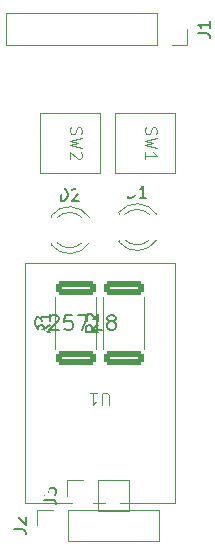
<source format=gbr>
%TF.GenerationSoftware,KiCad,Pcbnew,8.0.5*%
%TF.CreationDate,2024-10-10T01:08:20+09:00*%
%TF.ProjectId,BD,42442e6b-6963-4616-945f-706362585858,rev?*%
%TF.SameCoordinates,Original*%
%TF.FileFunction,Legend,Top*%
%TF.FilePolarity,Positive*%
%FSLAX46Y46*%
G04 Gerber Fmt 4.6, Leading zero omitted, Abs format (unit mm)*
G04 Created by KiCad (PCBNEW 8.0.5) date 2024-10-10 01:08:20*
%MOMM*%
%LPD*%
G01*
G04 APERTURE LIST*
G04 Aperture macros list*
%AMRoundRect*
0 Rectangle with rounded corners*
0 $1 Rounding radius*
0 $2 $3 $4 $5 $6 $7 $8 $9 X,Y pos of 4 corners*
0 Add a 4 corners polygon primitive as box body*
4,1,4,$2,$3,$4,$5,$6,$7,$8,$9,$2,$3,0*
0 Add four circle primitives for the rounded corners*
1,1,$1+$1,$2,$3*
1,1,$1+$1,$4,$5*
1,1,$1+$1,$6,$7*
1,1,$1+$1,$8,$9*
0 Add four rect primitives between the rounded corners*
20,1,$1+$1,$2,$3,$4,$5,0*
20,1,$1+$1,$4,$5,$6,$7,0*
20,1,$1+$1,$6,$7,$8,$9,0*
20,1,$1+$1,$8,$9,$2,$3,0*%
G04 Aperture macros list end*
%ADD10C,0.150000*%
%ADD11C,0.100000*%
%ADD12C,0.120000*%
%ADD13R,1.700000X1.700000*%
%ADD14O,1.700000X1.700000*%
%ADD15C,1.524000*%
%ADD16RoundRect,0.250000X1.425000X-0.362500X1.425000X0.362500X-1.425000X0.362500X-1.425000X-0.362500X0*%
%ADD17R,1.800000X1.800000*%
%ADD18C,1.800000*%
%ADD19O,1.600000X1.600000*%
%ADD20R,1.600000X1.600000*%
G04 APERTURE END LIST*
D10*
X15109819Y-59998333D02*
X15824104Y-59998333D01*
X15824104Y-59998333D02*
X15966961Y-60045952D01*
X15966961Y-60045952D02*
X16062200Y-60141190D01*
X16062200Y-60141190D02*
X16109819Y-60284047D01*
X16109819Y-60284047D02*
X16109819Y-60379285D01*
X15205057Y-59569761D02*
X15157438Y-59522142D01*
X15157438Y-59522142D02*
X15109819Y-59426904D01*
X15109819Y-59426904D02*
X15109819Y-59188809D01*
X15109819Y-59188809D02*
X15157438Y-59093571D01*
X15157438Y-59093571D02*
X15205057Y-59045952D01*
X15205057Y-59045952D02*
X15300295Y-58998333D01*
X15300295Y-58998333D02*
X15395533Y-58998333D01*
X15395533Y-58998333D02*
X15538390Y-59045952D01*
X15538390Y-59045952D02*
X16109819Y-59617380D01*
X16109819Y-59617380D02*
X16109819Y-58998333D01*
D11*
X26252200Y-25971667D02*
X26204580Y-26114524D01*
X26204580Y-26114524D02*
X26204580Y-26352619D01*
X26204580Y-26352619D02*
X26252200Y-26447857D01*
X26252200Y-26447857D02*
X26299819Y-26495476D01*
X26299819Y-26495476D02*
X26395057Y-26543095D01*
X26395057Y-26543095D02*
X26490295Y-26543095D01*
X26490295Y-26543095D02*
X26585533Y-26495476D01*
X26585533Y-26495476D02*
X26633152Y-26447857D01*
X26633152Y-26447857D02*
X26680771Y-26352619D01*
X26680771Y-26352619D02*
X26728390Y-26162143D01*
X26728390Y-26162143D02*
X26776009Y-26066905D01*
X26776009Y-26066905D02*
X26823628Y-26019286D01*
X26823628Y-26019286D02*
X26918866Y-25971667D01*
X26918866Y-25971667D02*
X27014104Y-25971667D01*
X27014104Y-25971667D02*
X27109342Y-26019286D01*
X27109342Y-26019286D02*
X27156961Y-26066905D01*
X27156961Y-26066905D02*
X27204580Y-26162143D01*
X27204580Y-26162143D02*
X27204580Y-26400238D01*
X27204580Y-26400238D02*
X27156961Y-26543095D01*
X27204580Y-26876429D02*
X26204580Y-27114524D01*
X26204580Y-27114524D02*
X26918866Y-27305000D01*
X26918866Y-27305000D02*
X26204580Y-27495476D01*
X26204580Y-27495476D02*
X27204580Y-27733572D01*
X26204580Y-28638333D02*
X26204580Y-28066905D01*
X26204580Y-28352619D02*
X27204580Y-28352619D01*
X27204580Y-28352619D02*
X27061723Y-28257381D01*
X27061723Y-28257381D02*
X26966485Y-28162143D01*
X26966485Y-28162143D02*
X26918866Y-28066905D01*
D10*
X22218819Y-42711666D02*
X21742628Y-43044999D01*
X22218819Y-43283094D02*
X21218819Y-43283094D01*
X21218819Y-43283094D02*
X21218819Y-42902142D01*
X21218819Y-42902142D02*
X21266438Y-42806904D01*
X21266438Y-42806904D02*
X21314057Y-42759285D01*
X21314057Y-42759285D02*
X21409295Y-42711666D01*
X21409295Y-42711666D02*
X21552152Y-42711666D01*
X21552152Y-42711666D02*
X21647390Y-42759285D01*
X21647390Y-42759285D02*
X21695009Y-42806904D01*
X21695009Y-42806904D02*
X21742628Y-42902142D01*
X21742628Y-42902142D02*
X21742628Y-43283094D01*
X21314057Y-42330713D02*
X21266438Y-42283094D01*
X21266438Y-42283094D02*
X21218819Y-42187856D01*
X21218819Y-42187856D02*
X21218819Y-41949761D01*
X21218819Y-41949761D02*
X21266438Y-41854523D01*
X21266438Y-41854523D02*
X21314057Y-41806904D01*
X21314057Y-41806904D02*
X21409295Y-41759285D01*
X21409295Y-41759285D02*
X21504533Y-41759285D01*
X21504533Y-41759285D02*
X21647390Y-41806904D01*
X21647390Y-41806904D02*
X22218819Y-42378332D01*
X22218819Y-42378332D02*
X22218819Y-41759285D01*
D11*
X23113904Y-49437580D02*
X23113904Y-48628057D01*
X23113904Y-48628057D02*
X23066285Y-48532819D01*
X23066285Y-48532819D02*
X23018666Y-48485200D01*
X23018666Y-48485200D02*
X22923428Y-48437580D01*
X22923428Y-48437580D02*
X22732952Y-48437580D01*
X22732952Y-48437580D02*
X22637714Y-48485200D01*
X22637714Y-48485200D02*
X22590095Y-48532819D01*
X22590095Y-48532819D02*
X22542476Y-48628057D01*
X22542476Y-48628057D02*
X22542476Y-49437580D01*
X21542476Y-48437580D02*
X22113904Y-48437580D01*
X21828190Y-48437580D02*
X21828190Y-49437580D01*
X21828190Y-49437580D02*
X21923428Y-49294723D01*
X21923428Y-49294723D02*
X22018666Y-49199485D01*
X22018666Y-49199485D02*
X22113904Y-49151866D01*
D10*
X19073905Y-32165819D02*
X19073905Y-31165819D01*
X19073905Y-31165819D02*
X19312000Y-31165819D01*
X19312000Y-31165819D02*
X19454857Y-31213438D01*
X19454857Y-31213438D02*
X19550095Y-31308676D01*
X19550095Y-31308676D02*
X19597714Y-31403914D01*
X19597714Y-31403914D02*
X19645333Y-31594390D01*
X19645333Y-31594390D02*
X19645333Y-31737247D01*
X19645333Y-31737247D02*
X19597714Y-31927723D01*
X19597714Y-31927723D02*
X19550095Y-32022961D01*
X19550095Y-32022961D02*
X19454857Y-32118200D01*
X19454857Y-32118200D02*
X19312000Y-32165819D01*
X19312000Y-32165819D02*
X19073905Y-32165819D01*
X20026286Y-31261057D02*
X20073905Y-31213438D01*
X20073905Y-31213438D02*
X20169143Y-31165819D01*
X20169143Y-31165819D02*
X20407238Y-31165819D01*
X20407238Y-31165819D02*
X20502476Y-31213438D01*
X20502476Y-31213438D02*
X20550095Y-31261057D01*
X20550095Y-31261057D02*
X20597714Y-31356295D01*
X20597714Y-31356295D02*
X20597714Y-31451533D01*
X20597714Y-31451533D02*
X20550095Y-31594390D01*
X20550095Y-31594390D02*
X19978667Y-32165819D01*
X19978667Y-32165819D02*
X20597714Y-32165819D01*
D11*
X19902200Y-25971667D02*
X19854580Y-26114524D01*
X19854580Y-26114524D02*
X19854580Y-26352619D01*
X19854580Y-26352619D02*
X19902200Y-26447857D01*
X19902200Y-26447857D02*
X19949819Y-26495476D01*
X19949819Y-26495476D02*
X20045057Y-26543095D01*
X20045057Y-26543095D02*
X20140295Y-26543095D01*
X20140295Y-26543095D02*
X20235533Y-26495476D01*
X20235533Y-26495476D02*
X20283152Y-26447857D01*
X20283152Y-26447857D02*
X20330771Y-26352619D01*
X20330771Y-26352619D02*
X20378390Y-26162143D01*
X20378390Y-26162143D02*
X20426009Y-26066905D01*
X20426009Y-26066905D02*
X20473628Y-26019286D01*
X20473628Y-26019286D02*
X20568866Y-25971667D01*
X20568866Y-25971667D02*
X20664104Y-25971667D01*
X20664104Y-25971667D02*
X20759342Y-26019286D01*
X20759342Y-26019286D02*
X20806961Y-26066905D01*
X20806961Y-26066905D02*
X20854580Y-26162143D01*
X20854580Y-26162143D02*
X20854580Y-26400238D01*
X20854580Y-26400238D02*
X20806961Y-26543095D01*
X20854580Y-26876429D02*
X19854580Y-27114524D01*
X19854580Y-27114524D02*
X20568866Y-27305000D01*
X20568866Y-27305000D02*
X19854580Y-27495476D01*
X19854580Y-27495476D02*
X20854580Y-27733572D01*
X20759342Y-28066905D02*
X20806961Y-28114524D01*
X20806961Y-28114524D02*
X20854580Y-28209762D01*
X20854580Y-28209762D02*
X20854580Y-28447857D01*
X20854580Y-28447857D02*
X20806961Y-28543095D01*
X20806961Y-28543095D02*
X20759342Y-28590714D01*
X20759342Y-28590714D02*
X20664104Y-28638333D01*
X20664104Y-28638333D02*
X20568866Y-28638333D01*
X20568866Y-28638333D02*
X20426009Y-28590714D01*
X20426009Y-28590714D02*
X19854580Y-28019286D01*
X19854580Y-28019286D02*
X19854580Y-28638333D01*
D10*
X17639819Y-57483333D02*
X18354104Y-57483333D01*
X18354104Y-57483333D02*
X18496961Y-57530952D01*
X18496961Y-57530952D02*
X18592200Y-57626190D01*
X18592200Y-57626190D02*
X18639819Y-57769047D01*
X18639819Y-57769047D02*
X18639819Y-57864285D01*
X17639819Y-57102380D02*
X17639819Y-56483333D01*
X17639819Y-56483333D02*
X18020771Y-56816666D01*
X18020771Y-56816666D02*
X18020771Y-56673809D01*
X18020771Y-56673809D02*
X18068390Y-56578571D01*
X18068390Y-56578571D02*
X18116009Y-56530952D01*
X18116009Y-56530952D02*
X18211247Y-56483333D01*
X18211247Y-56483333D02*
X18449342Y-56483333D01*
X18449342Y-56483333D02*
X18544580Y-56530952D01*
X18544580Y-56530952D02*
X18592200Y-56578571D01*
X18592200Y-56578571D02*
X18639819Y-56673809D01*
X18639819Y-56673809D02*
X18639819Y-56959523D01*
X18639819Y-56959523D02*
X18592200Y-57054761D01*
X18592200Y-57054761D02*
X18544580Y-57102380D01*
X18154819Y-42711666D02*
X17678628Y-43044999D01*
X18154819Y-43283094D02*
X17154819Y-43283094D01*
X17154819Y-43283094D02*
X17154819Y-42902142D01*
X17154819Y-42902142D02*
X17202438Y-42806904D01*
X17202438Y-42806904D02*
X17250057Y-42759285D01*
X17250057Y-42759285D02*
X17345295Y-42711666D01*
X17345295Y-42711666D02*
X17488152Y-42711666D01*
X17488152Y-42711666D02*
X17583390Y-42759285D01*
X17583390Y-42759285D02*
X17631009Y-42806904D01*
X17631009Y-42806904D02*
X17678628Y-42902142D01*
X17678628Y-42902142D02*
X17678628Y-43283094D01*
X18154819Y-41759285D02*
X18154819Y-42330713D01*
X18154819Y-42044999D02*
X17154819Y-42044999D01*
X17154819Y-42044999D02*
X17297676Y-42140237D01*
X17297676Y-42140237D02*
X17392914Y-42235475D01*
X17392914Y-42235475D02*
X17440533Y-42330713D01*
X17689285Y-43003773D02*
X17628809Y-43064250D01*
X17628809Y-43064250D02*
X17447380Y-43124726D01*
X17447380Y-43124726D02*
X17326428Y-43124726D01*
X17326428Y-43124726D02*
X17144999Y-43064250D01*
X17144999Y-43064250D02*
X17024047Y-42943297D01*
X17024047Y-42943297D02*
X16963570Y-42822345D01*
X16963570Y-42822345D02*
X16903094Y-42580440D01*
X16903094Y-42580440D02*
X16903094Y-42399011D01*
X16903094Y-42399011D02*
X16963570Y-42157107D01*
X16963570Y-42157107D02*
X17024047Y-42036154D01*
X17024047Y-42036154D02*
X17144999Y-41915202D01*
X17144999Y-41915202D02*
X17326428Y-41854726D01*
X17326428Y-41854726D02*
X17447380Y-41854726D01*
X17447380Y-41854726D02*
X17628809Y-41915202D01*
X17628809Y-41915202D02*
X17689285Y-41975678D01*
X18173094Y-41975678D02*
X18233570Y-41915202D01*
X18233570Y-41915202D02*
X18354523Y-41854726D01*
X18354523Y-41854726D02*
X18656904Y-41854726D01*
X18656904Y-41854726D02*
X18777856Y-41915202D01*
X18777856Y-41915202D02*
X18838332Y-41975678D01*
X18838332Y-41975678D02*
X18898809Y-42096630D01*
X18898809Y-42096630D02*
X18898809Y-42217583D01*
X18898809Y-42217583D02*
X18838332Y-42399011D01*
X18838332Y-42399011D02*
X18112618Y-43124726D01*
X18112618Y-43124726D02*
X18898809Y-43124726D01*
X20047856Y-41854726D02*
X19443094Y-41854726D01*
X19443094Y-41854726D02*
X19382618Y-42459488D01*
X19382618Y-42459488D02*
X19443094Y-42399011D01*
X19443094Y-42399011D02*
X19564047Y-42338535D01*
X19564047Y-42338535D02*
X19866428Y-42338535D01*
X19866428Y-42338535D02*
X19987380Y-42399011D01*
X19987380Y-42399011D02*
X20047856Y-42459488D01*
X20047856Y-42459488D02*
X20108333Y-42580440D01*
X20108333Y-42580440D02*
X20108333Y-42882821D01*
X20108333Y-42882821D02*
X20047856Y-43003773D01*
X20047856Y-43003773D02*
X19987380Y-43064250D01*
X19987380Y-43064250D02*
X19866428Y-43124726D01*
X19866428Y-43124726D02*
X19564047Y-43124726D01*
X19564047Y-43124726D02*
X19443094Y-43064250D01*
X19443094Y-43064250D02*
X19382618Y-43003773D01*
X20531666Y-41854726D02*
X21378333Y-41854726D01*
X21378333Y-41854726D02*
X20834047Y-43124726D01*
X22527381Y-43124726D02*
X21801666Y-43124726D01*
X22164523Y-43124726D02*
X22164523Y-41854726D01*
X22164523Y-41854726D02*
X22043571Y-42036154D01*
X22043571Y-42036154D02*
X21922619Y-42157107D01*
X21922619Y-42157107D02*
X21801666Y-42217583D01*
X23253095Y-42399011D02*
X23132143Y-42338535D01*
X23132143Y-42338535D02*
X23071666Y-42278059D01*
X23071666Y-42278059D02*
X23011190Y-42157107D01*
X23011190Y-42157107D02*
X23011190Y-42096630D01*
X23011190Y-42096630D02*
X23071666Y-41975678D01*
X23071666Y-41975678D02*
X23132143Y-41915202D01*
X23132143Y-41915202D02*
X23253095Y-41854726D01*
X23253095Y-41854726D02*
X23495000Y-41854726D01*
X23495000Y-41854726D02*
X23615952Y-41915202D01*
X23615952Y-41915202D02*
X23676428Y-41975678D01*
X23676428Y-41975678D02*
X23736905Y-42096630D01*
X23736905Y-42096630D02*
X23736905Y-42157107D01*
X23736905Y-42157107D02*
X23676428Y-42278059D01*
X23676428Y-42278059D02*
X23615952Y-42338535D01*
X23615952Y-42338535D02*
X23495000Y-42399011D01*
X23495000Y-42399011D02*
X23253095Y-42399011D01*
X23253095Y-42399011D02*
X23132143Y-42459488D01*
X23132143Y-42459488D02*
X23071666Y-42519964D01*
X23071666Y-42519964D02*
X23011190Y-42640916D01*
X23011190Y-42640916D02*
X23011190Y-42882821D01*
X23011190Y-42882821D02*
X23071666Y-43003773D01*
X23071666Y-43003773D02*
X23132143Y-43064250D01*
X23132143Y-43064250D02*
X23253095Y-43124726D01*
X23253095Y-43124726D02*
X23495000Y-43124726D01*
X23495000Y-43124726D02*
X23615952Y-43064250D01*
X23615952Y-43064250D02*
X23676428Y-43003773D01*
X23676428Y-43003773D02*
X23736905Y-42882821D01*
X23736905Y-42882821D02*
X23736905Y-42640916D01*
X23736905Y-42640916D02*
X23676428Y-42519964D01*
X23676428Y-42519964D02*
X23615952Y-42459488D01*
X23615952Y-42459488D02*
X23495000Y-42399011D01*
X24788905Y-31911819D02*
X24788905Y-30911819D01*
X24788905Y-30911819D02*
X25027000Y-30911819D01*
X25027000Y-30911819D02*
X25169857Y-30959438D01*
X25169857Y-30959438D02*
X25265095Y-31054676D01*
X25265095Y-31054676D02*
X25312714Y-31149914D01*
X25312714Y-31149914D02*
X25360333Y-31340390D01*
X25360333Y-31340390D02*
X25360333Y-31483247D01*
X25360333Y-31483247D02*
X25312714Y-31673723D01*
X25312714Y-31673723D02*
X25265095Y-31768961D01*
X25265095Y-31768961D02*
X25169857Y-31864200D01*
X25169857Y-31864200D02*
X25027000Y-31911819D01*
X25027000Y-31911819D02*
X24788905Y-31911819D01*
X26312714Y-31911819D02*
X25741286Y-31911819D01*
X26027000Y-31911819D02*
X26027000Y-30911819D01*
X26027000Y-30911819D02*
X25931762Y-31054676D01*
X25931762Y-31054676D02*
X25836524Y-31149914D01*
X25836524Y-31149914D02*
X25741286Y-31197533D01*
X30672819Y-17986333D02*
X31387104Y-17986333D01*
X31387104Y-17986333D02*
X31529961Y-18033952D01*
X31529961Y-18033952D02*
X31625200Y-18129190D01*
X31625200Y-18129190D02*
X31672819Y-18272047D01*
X31672819Y-18272047D02*
X31672819Y-18367285D01*
X31672819Y-16986333D02*
X31672819Y-17557761D01*
X31672819Y-17272047D02*
X30672819Y-17272047D01*
X30672819Y-17272047D02*
X30815676Y-17367285D01*
X30815676Y-17367285D02*
X30910914Y-17462523D01*
X30910914Y-17462523D02*
X30958533Y-17557761D01*
D12*
%TO.C,J2*%
X19695000Y-60995000D02*
X27375000Y-60995000D01*
X19695000Y-60995000D02*
X19695000Y-58335000D01*
X27375000Y-60995000D02*
X27375000Y-58335000D01*
X17095000Y-59665000D02*
X17095000Y-58335000D01*
X17095000Y-58335000D02*
X18425000Y-58335000D01*
X19695000Y-58335000D02*
X27375000Y-58335000D01*
%TO.C,SW1*%
D11*
X28702000Y-24765000D02*
X23622000Y-24765000D01*
X23622000Y-29845000D01*
X28702000Y-29845000D01*
X28702000Y-24765000D01*
D12*
%TO.C,R2*%
X26094000Y-44722064D02*
X26094000Y-40367936D01*
X22674000Y-44722064D02*
X22674000Y-40367936D01*
%TO.C,U1*%
D11*
X28702000Y-57785000D02*
X16002000Y-57785000D01*
X16002000Y-37465000D01*
X28702000Y-37465000D01*
X28702000Y-57785000D01*
D12*
%TO.C,D2*%
X18252000Y-33435000D02*
X18252000Y-33591000D01*
X18252000Y-35751000D02*
X18252000Y-35907000D01*
X18252000Y-33435484D02*
G75*
G02*
X21484335Y-33592392I1560000J-1235516D01*
G01*
X18771039Y-33591000D02*
G75*
G02*
X20853130Y-33591163I1040961J-1080000D01*
G01*
X20853130Y-35750837D02*
G75*
G02*
X18771039Y-35751000I-1041130J1079837D01*
G01*
X21484335Y-35749608D02*
G75*
G02*
X18252000Y-35906516I-1672335J1078608D01*
G01*
%TO.C,SW2*%
D11*
X22352000Y-24765000D02*
X17272000Y-24765000D01*
X17272000Y-29845000D01*
X22352000Y-29845000D01*
X22352000Y-24765000D01*
D12*
%TO.C,J3*%
X19625000Y-55820000D02*
X20955000Y-55820000D01*
X19625000Y-57150000D02*
X19625000Y-55820000D01*
X22225000Y-55820000D02*
X24825000Y-55820000D01*
X22225000Y-58480000D02*
X22225000Y-55820000D01*
X22225000Y-58480000D02*
X24825000Y-58480000D01*
X24825000Y-58480000D02*
X24825000Y-55820000D01*
%TO.C,R1*%
X22030000Y-44722064D02*
X22030000Y-40367936D01*
X18610000Y-44722064D02*
X18610000Y-40367936D01*
%TO.C,D1*%
X23967000Y-33181000D02*
X23967000Y-33337000D01*
X23967000Y-35497000D02*
X23967000Y-35653000D01*
X23967000Y-33181484D02*
G75*
G02*
X27199335Y-33338392I1560000J-1235516D01*
G01*
X24486039Y-33337000D02*
G75*
G02*
X26568130Y-33337163I1040961J-1080000D01*
G01*
X26568130Y-35496837D02*
G75*
G02*
X24486039Y-35497000I-1041130J1079837D01*
G01*
X27199335Y-35495608D02*
G75*
G02*
X23967000Y-35652516I-1672335J1078608D01*
G01*
%TO.C,J1*%
X27178000Y-16323000D02*
X14418000Y-16323000D01*
X27178000Y-16323000D02*
X27178000Y-18983000D01*
X14418000Y-16323000D02*
X14418000Y-18983000D01*
X29778000Y-17653000D02*
X29778000Y-18983000D01*
X29778000Y-18983000D02*
X28448000Y-18983000D01*
X27178000Y-18983000D02*
X14418000Y-18983000D01*
%TD*%
%LPC*%
D13*
%TO.C,J2*%
X18425000Y-59665000D03*
D14*
X20965000Y-59665000D03*
X23505000Y-59665000D03*
X26045000Y-59665000D03*
%TD*%
D15*
%TO.C,SW1*%
X24892000Y-31115000D03*
X27432000Y-31115000D03*
X27432000Y-23495000D03*
X24892000Y-23495000D03*
%TD*%
D16*
%TO.C,R2*%
X24384000Y-45507500D03*
X24384000Y-39582500D03*
%TD*%
D15*
%TO.C,U1*%
X27432000Y-56515000D03*
X27432000Y-53975000D03*
X27432000Y-51435000D03*
X27432000Y-48895000D03*
X27432000Y-46355000D03*
X27432000Y-43815000D03*
X27432000Y-41275000D03*
X27432000Y-38735000D03*
X17272000Y-38735000D03*
X17272000Y-41275000D03*
X17272000Y-43815000D03*
X17272000Y-46355000D03*
X17272000Y-48895000D03*
X17272000Y-51435000D03*
X17272000Y-53975000D03*
X17272000Y-56515000D03*
%TD*%
D17*
%TO.C,D2*%
X18542000Y-34671000D03*
D18*
X21082000Y-34671000D03*
%TD*%
D15*
%TO.C,SW2*%
X21082000Y-31115000D03*
X18542000Y-31115000D03*
X21082000Y-23495000D03*
X18542000Y-23495000D03*
%TD*%
D13*
%TO.C,J3*%
X20955000Y-57150000D03*
D14*
X23495000Y-57150000D03*
%TD*%
D16*
%TO.C,R1*%
X20320000Y-45507500D03*
X20320000Y-39582500D03*
%TD*%
D17*
%TO.C,D1*%
X24257000Y-34417000D03*
D18*
X26797000Y-34417000D03*
%TD*%
D14*
%TO.C,J1*%
X15748000Y-17653000D03*
X18288000Y-17653000D03*
X20828000Y-17653000D03*
X23368000Y-17653000D03*
X25908000Y-17653000D03*
D13*
X28448000Y-17653000D03*
%TD*%
D19*
%TO.C,A1*%
X14722000Y-23495000D03*
X14722000Y-26035000D03*
X14722000Y-28575000D03*
X14722000Y-31115000D03*
X14722000Y-33655000D03*
X14722000Y-36195000D03*
X14722000Y-38735000D03*
X14722000Y-41275000D03*
X14722000Y-43815000D03*
X14722000Y-46355000D03*
X14722000Y-48895000D03*
X14722000Y-51435000D03*
X14722000Y-53975000D03*
X14722000Y-56515000D03*
X14722000Y-59055000D03*
X29962000Y-59055000D03*
X29962000Y-56515000D03*
X29962000Y-53975000D03*
X29962000Y-51435000D03*
X29962000Y-48895000D03*
X29962000Y-46355000D03*
X29962000Y-43815000D03*
X29962000Y-41275000D03*
X29962000Y-38735000D03*
X29962000Y-36195000D03*
X29962000Y-33655000D03*
X29962000Y-31115000D03*
X29962000Y-28575000D03*
X29962000Y-26035000D03*
D20*
X29962000Y-23495000D03*
%TD*%
%LPD*%
M02*

</source>
